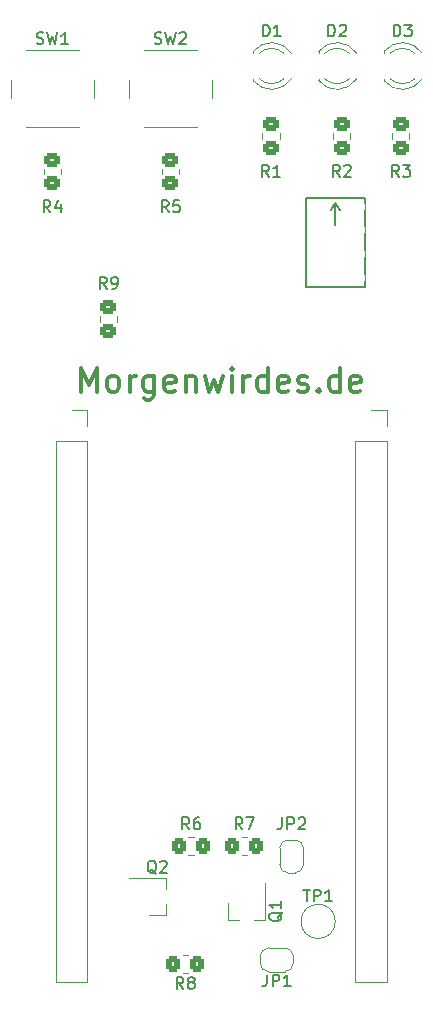
<source format=gto>
G04 #@! TF.GenerationSoftware,KiCad,Pcbnew,(6.0.11)*
G04 #@! TF.CreationDate,2023-03-04T17:24:57+01:00*
G04 #@! TF.ProjectId,jig2,6a696732-2e6b-4696-9361-645f70636258,rev?*
G04 #@! TF.SameCoordinates,Original*
G04 #@! TF.FileFunction,Legend,Top*
G04 #@! TF.FilePolarity,Positive*
%FSLAX46Y46*%
G04 Gerber Fmt 4.6, Leading zero omitted, Abs format (unit mm)*
G04 Created by KiCad (PCBNEW (6.0.11)) date 2023-03-04 17:24:57*
%MOMM*%
%LPD*%
G01*
G04 APERTURE LIST*
G04 Aperture macros list*
%AMRoundRect*
0 Rectangle with rounded corners*
0 $1 Rounding radius*
0 $2 $3 $4 $5 $6 $7 $8 $9 X,Y pos of 4 corners*
0 Add a 4 corners polygon primitive as box body*
4,1,4,$2,$3,$4,$5,$6,$7,$8,$9,$2,$3,0*
0 Add four circle primitives for the rounded corners*
1,1,$1+$1,$2,$3*
1,1,$1+$1,$4,$5*
1,1,$1+$1,$6,$7*
1,1,$1+$1,$8,$9*
0 Add four rect primitives between the rounded corners*
20,1,$1+$1,$2,$3,$4,$5,0*
20,1,$1+$1,$4,$5,$6,$7,0*
20,1,$1+$1,$6,$7,$8,$9,0*
20,1,$1+$1,$8,$9,$2,$3,0*%
%AMFreePoly0*
4,1,22,0.500000,-0.750000,0.000000,-0.750000,0.000000,-0.745033,-0.079941,-0.743568,-0.215256,-0.701293,-0.333266,-0.622738,-0.424486,-0.514219,-0.481581,-0.384460,-0.499164,-0.250000,-0.500000,-0.250000,-0.500000,0.250000,-0.499164,0.250000,-0.499963,0.256109,-0.478152,0.396186,-0.417904,0.524511,-0.324060,0.630769,-0.204165,0.706417,-0.067858,0.745374,0.000000,0.744959,0.000000,0.750000,
0.500000,0.750000,0.500000,-0.750000,0.500000,-0.750000,$1*%
%AMFreePoly1*
4,1,20,0.000000,0.744959,0.073905,0.744508,0.209726,0.703889,0.328688,0.626782,0.421226,0.519385,0.479903,0.390333,0.500000,0.250000,0.500000,-0.250000,0.499851,-0.262216,0.476331,-0.402017,0.414519,-0.529596,0.319384,-0.634700,0.198574,-0.708877,0.061801,-0.746166,0.000000,-0.745033,0.000000,-0.750000,-0.500000,-0.750000,-0.500000,0.750000,0.000000,0.750000,0.000000,0.744959,
0.000000,0.744959,$1*%
G04 Aperture macros list end*
%ADD10C,0.300000*%
%ADD11C,0.150000*%
%ADD12C,0.120000*%
%ADD13C,0.127000*%
%ADD14FreePoly0,180.000000*%
%ADD15FreePoly1,180.000000*%
%ADD16RoundRect,0.250000X0.350000X0.450000X-0.350000X0.450000X-0.350000X-0.450000X0.350000X-0.450000X0*%
%ADD17RoundRect,0.250000X-0.450000X0.350000X-0.450000X-0.350000X0.450000X-0.350000X0.450000X0.350000X0*%
%ADD18C,2.000000*%
%ADD19R,1.700000X1.700000*%
%ADD20O,1.700000X1.700000*%
%ADD21R,0.800000X1.900000*%
%ADD22R,1.800000X1.800000*%
%ADD23C,1.800000*%
%ADD24RoundRect,0.250000X-0.350000X-0.450000X0.350000X-0.450000X0.350000X0.450000X-0.350000X0.450000X0*%
%ADD25R,1.900000X0.800000*%
%ADD26FreePoly0,90.000000*%
%ADD27FreePoly1,90.000000*%
%ADD28C,1.371600*%
%ADD29C,2.500000*%
G04 APERTURE END LIST*
D10*
X8440476Y-32654761D02*
X8440476Y-30654761D01*
X9107142Y-32083333D01*
X9773809Y-30654761D01*
X9773809Y-32654761D01*
X11011904Y-32654761D02*
X10821428Y-32559523D01*
X10726190Y-32464285D01*
X10630952Y-32273809D01*
X10630952Y-31702380D01*
X10726190Y-31511904D01*
X10821428Y-31416666D01*
X11011904Y-31321428D01*
X11297619Y-31321428D01*
X11488095Y-31416666D01*
X11583333Y-31511904D01*
X11678571Y-31702380D01*
X11678571Y-32273809D01*
X11583333Y-32464285D01*
X11488095Y-32559523D01*
X11297619Y-32654761D01*
X11011904Y-32654761D01*
X12535714Y-32654761D02*
X12535714Y-31321428D01*
X12535714Y-31702380D02*
X12630952Y-31511904D01*
X12726190Y-31416666D01*
X12916666Y-31321428D01*
X13107142Y-31321428D01*
X14630952Y-31321428D02*
X14630952Y-32940476D01*
X14535714Y-33130952D01*
X14440476Y-33226190D01*
X14249999Y-33321428D01*
X13964285Y-33321428D01*
X13773809Y-33226190D01*
X14630952Y-32559523D02*
X14440476Y-32654761D01*
X14059523Y-32654761D01*
X13869047Y-32559523D01*
X13773809Y-32464285D01*
X13678571Y-32273809D01*
X13678571Y-31702380D01*
X13773809Y-31511904D01*
X13869047Y-31416666D01*
X14059523Y-31321428D01*
X14440476Y-31321428D01*
X14630952Y-31416666D01*
X16345238Y-32559523D02*
X16154761Y-32654761D01*
X15773809Y-32654761D01*
X15583333Y-32559523D01*
X15488095Y-32369047D01*
X15488095Y-31607142D01*
X15583333Y-31416666D01*
X15773809Y-31321428D01*
X16154761Y-31321428D01*
X16345238Y-31416666D01*
X16440476Y-31607142D01*
X16440476Y-31797619D01*
X15488095Y-31988095D01*
X17297619Y-31321428D02*
X17297619Y-32654761D01*
X17297619Y-31511904D02*
X17392857Y-31416666D01*
X17583333Y-31321428D01*
X17869047Y-31321428D01*
X18059523Y-31416666D01*
X18154761Y-31607142D01*
X18154761Y-32654761D01*
X18916666Y-31321428D02*
X19297619Y-32654761D01*
X19678571Y-31702380D01*
X20059523Y-32654761D01*
X20440476Y-31321428D01*
X21202380Y-32654761D02*
X21202380Y-31321428D01*
X21202380Y-30654761D02*
X21107142Y-30750000D01*
X21202380Y-30845238D01*
X21297619Y-30750000D01*
X21202380Y-30654761D01*
X21202380Y-30845238D01*
X22154761Y-32654761D02*
X22154761Y-31321428D01*
X22154761Y-31702380D02*
X22249999Y-31511904D01*
X22345238Y-31416666D01*
X22535714Y-31321428D01*
X22726190Y-31321428D01*
X24250000Y-32654761D02*
X24250000Y-30654761D01*
X24250000Y-32559523D02*
X24059523Y-32654761D01*
X23678571Y-32654761D01*
X23488095Y-32559523D01*
X23392857Y-32464285D01*
X23297619Y-32273809D01*
X23297619Y-31702380D01*
X23392857Y-31511904D01*
X23488095Y-31416666D01*
X23678571Y-31321428D01*
X24059523Y-31321428D01*
X24250000Y-31416666D01*
X25964285Y-32559523D02*
X25773809Y-32654761D01*
X25392857Y-32654761D01*
X25202380Y-32559523D01*
X25107142Y-32369047D01*
X25107142Y-31607142D01*
X25202380Y-31416666D01*
X25392857Y-31321428D01*
X25773809Y-31321428D01*
X25964285Y-31416666D01*
X26059523Y-31607142D01*
X26059523Y-31797619D01*
X25107142Y-31988095D01*
X26821428Y-32559523D02*
X27011904Y-32654761D01*
X27392857Y-32654761D01*
X27583333Y-32559523D01*
X27678571Y-32369047D01*
X27678571Y-32273809D01*
X27583333Y-32083333D01*
X27392857Y-31988095D01*
X27107142Y-31988095D01*
X26916666Y-31892857D01*
X26821428Y-31702380D01*
X26821428Y-31607142D01*
X26916666Y-31416666D01*
X27107142Y-31321428D01*
X27392857Y-31321428D01*
X27583333Y-31416666D01*
X28535714Y-32464285D02*
X28630952Y-32559523D01*
X28535714Y-32654761D01*
X28440476Y-32559523D01*
X28535714Y-32464285D01*
X28535714Y-32654761D01*
X30345238Y-32654761D02*
X30345238Y-30654761D01*
X30345238Y-32559523D02*
X30154761Y-32654761D01*
X29773809Y-32654761D01*
X29583333Y-32559523D01*
X29488095Y-32464285D01*
X29392857Y-32273809D01*
X29392857Y-31702380D01*
X29488095Y-31511904D01*
X29583333Y-31416666D01*
X29773809Y-31321428D01*
X30154761Y-31321428D01*
X30345238Y-31416666D01*
X32059523Y-32559523D02*
X31869047Y-32654761D01*
X31488095Y-32654761D01*
X31297619Y-32559523D01*
X31202380Y-32369047D01*
X31202380Y-31607142D01*
X31297619Y-31416666D01*
X31488095Y-31321428D01*
X31869047Y-31321428D01*
X32059523Y-31416666D01*
X32154761Y-31607142D01*
X32154761Y-31797619D01*
X31202380Y-31988095D01*
D11*
X24166666Y-82002380D02*
X24166666Y-82716666D01*
X24119047Y-82859523D01*
X24023809Y-82954761D01*
X23880952Y-83002380D01*
X23785714Y-83002380D01*
X24642857Y-83002380D02*
X24642857Y-82002380D01*
X25023809Y-82002380D01*
X25119047Y-82050000D01*
X25166666Y-82097619D01*
X25214285Y-82192857D01*
X25214285Y-82335714D01*
X25166666Y-82430952D01*
X25119047Y-82478571D01*
X25023809Y-82526190D01*
X24642857Y-82526190D01*
X26166666Y-83002380D02*
X25595238Y-83002380D01*
X25880952Y-83002380D02*
X25880952Y-82002380D01*
X25785714Y-82145238D01*
X25690476Y-82240476D01*
X25595238Y-82288095D01*
X17083333Y-83222380D02*
X16750000Y-82746190D01*
X16511904Y-83222380D02*
X16511904Y-82222380D01*
X16892857Y-82222380D01*
X16988095Y-82270000D01*
X17035714Y-82317619D01*
X17083333Y-82412857D01*
X17083333Y-82555714D01*
X17035714Y-82650952D01*
X16988095Y-82698571D01*
X16892857Y-82746190D01*
X16511904Y-82746190D01*
X17654761Y-82650952D02*
X17559523Y-82603333D01*
X17511904Y-82555714D01*
X17464285Y-82460476D01*
X17464285Y-82412857D01*
X17511904Y-82317619D01*
X17559523Y-82270000D01*
X17654761Y-82222380D01*
X17845238Y-82222380D01*
X17940476Y-82270000D01*
X17988095Y-82317619D01*
X18035714Y-82412857D01*
X18035714Y-82460476D01*
X17988095Y-82555714D01*
X17940476Y-82603333D01*
X17845238Y-82650952D01*
X17654761Y-82650952D01*
X17559523Y-82698571D01*
X17511904Y-82746190D01*
X17464285Y-82841428D01*
X17464285Y-83031904D01*
X17511904Y-83127142D01*
X17559523Y-83174761D01*
X17654761Y-83222380D01*
X17845238Y-83222380D01*
X17940476Y-83174761D01*
X17988095Y-83127142D01*
X18035714Y-83031904D01*
X18035714Y-82841428D01*
X17988095Y-82746190D01*
X17940476Y-82698571D01*
X17845238Y-82650952D01*
X5833333Y-17452380D02*
X5500000Y-16976190D01*
X5261904Y-17452380D02*
X5261904Y-16452380D01*
X5642857Y-16452380D01*
X5738095Y-16500000D01*
X5785714Y-16547619D01*
X5833333Y-16642857D01*
X5833333Y-16785714D01*
X5785714Y-16880952D01*
X5738095Y-16928571D01*
X5642857Y-16976190D01*
X5261904Y-16976190D01*
X6690476Y-16785714D02*
X6690476Y-17452380D01*
X6452380Y-16404761D02*
X6214285Y-17119047D01*
X6833333Y-17119047D01*
X4666666Y-3170325D02*
X4809523Y-3217944D01*
X5047619Y-3217944D01*
X5142857Y-3170325D01*
X5190476Y-3122706D01*
X5238095Y-3027468D01*
X5238095Y-2932230D01*
X5190476Y-2836992D01*
X5142857Y-2789373D01*
X5047619Y-2741754D01*
X4857142Y-2694135D01*
X4761904Y-2646516D01*
X4714285Y-2598897D01*
X4666666Y-2503659D01*
X4666666Y-2408421D01*
X4714285Y-2313183D01*
X4761904Y-2265564D01*
X4857142Y-2217944D01*
X5095238Y-2217944D01*
X5238095Y-2265564D01*
X5571428Y-2217944D02*
X5809523Y-3217944D01*
X6000000Y-2503659D01*
X6190476Y-3217944D01*
X6428571Y-2217944D01*
X7333333Y-3217944D02*
X6761904Y-3217944D01*
X7047619Y-3217944D02*
X7047619Y-2217944D01*
X6952380Y-2360802D01*
X6857142Y-2456040D01*
X6761904Y-2503659D01*
X25477619Y-76715238D02*
X25430000Y-76810476D01*
X25334761Y-76905714D01*
X25191904Y-77048571D01*
X25144285Y-77143809D01*
X25144285Y-77239047D01*
X25382380Y-77191428D02*
X25334761Y-77286666D01*
X25239523Y-77381904D01*
X25049047Y-77429523D01*
X24715714Y-77429523D01*
X24525238Y-77381904D01*
X24430000Y-77286666D01*
X24382380Y-77191428D01*
X24382380Y-77000952D01*
X24430000Y-76905714D01*
X24525238Y-76810476D01*
X24715714Y-76762857D01*
X25049047Y-76762857D01*
X25239523Y-76810476D01*
X25334761Y-76905714D01*
X25382380Y-77000952D01*
X25382380Y-77191428D01*
X25382380Y-75810476D02*
X25382380Y-76381904D01*
X25382380Y-76096190D02*
X24382380Y-76096190D01*
X24525238Y-76191428D01*
X24620476Y-76286666D01*
X24668095Y-76381904D01*
X35333333Y-14452380D02*
X35000000Y-13976190D01*
X34761904Y-14452380D02*
X34761904Y-13452380D01*
X35142857Y-13452380D01*
X35238095Y-13500000D01*
X35285714Y-13547619D01*
X35333333Y-13642857D01*
X35333333Y-13785714D01*
X35285714Y-13880952D01*
X35238095Y-13928571D01*
X35142857Y-13976190D01*
X34761904Y-13976190D01*
X35666666Y-13452380D02*
X36285714Y-13452380D01*
X35952380Y-13833333D01*
X36095238Y-13833333D01*
X36190476Y-13880952D01*
X36238095Y-13928571D01*
X36285714Y-14023809D01*
X36285714Y-14261904D01*
X36238095Y-14357142D01*
X36190476Y-14404761D01*
X36095238Y-14452380D01*
X35809523Y-14452380D01*
X35714285Y-14404761D01*
X35666666Y-14357142D01*
X30333333Y-14452380D02*
X30000000Y-13976190D01*
X29761904Y-14452380D02*
X29761904Y-13452380D01*
X30142857Y-13452380D01*
X30238095Y-13500000D01*
X30285714Y-13547619D01*
X30333333Y-13642857D01*
X30333333Y-13785714D01*
X30285714Y-13880952D01*
X30238095Y-13928571D01*
X30142857Y-13976190D01*
X29761904Y-13976190D01*
X30714285Y-13547619D02*
X30761904Y-13500000D01*
X30857142Y-13452380D01*
X31095238Y-13452380D01*
X31190476Y-13500000D01*
X31238095Y-13547619D01*
X31285714Y-13642857D01*
X31285714Y-13738095D01*
X31238095Y-13880952D01*
X30666666Y-14452380D01*
X31285714Y-14452380D01*
X15833333Y-17452380D02*
X15500000Y-16976190D01*
X15261904Y-17452380D02*
X15261904Y-16452380D01*
X15642857Y-16452380D01*
X15738095Y-16500000D01*
X15785714Y-16547619D01*
X15833333Y-16642857D01*
X15833333Y-16785714D01*
X15785714Y-16880952D01*
X15738095Y-16928571D01*
X15642857Y-16976190D01*
X15261904Y-16976190D01*
X16738095Y-16452380D02*
X16261904Y-16452380D01*
X16214285Y-16928571D01*
X16261904Y-16880952D01*
X16357142Y-16833333D01*
X16595238Y-16833333D01*
X16690476Y-16880952D01*
X16738095Y-16928571D01*
X16785714Y-17023809D01*
X16785714Y-17261904D01*
X16738095Y-17357142D01*
X16690476Y-17404761D01*
X16595238Y-17452380D01*
X16357142Y-17452380D01*
X16261904Y-17404761D01*
X16214285Y-17357142D01*
X23821904Y-2572380D02*
X23821904Y-1572380D01*
X24060000Y-1572380D01*
X24202857Y-1620000D01*
X24298095Y-1715238D01*
X24345714Y-1810476D01*
X24393333Y-2000952D01*
X24393333Y-2143809D01*
X24345714Y-2334285D01*
X24298095Y-2429523D01*
X24202857Y-2524761D01*
X24060000Y-2572380D01*
X23821904Y-2572380D01*
X25345714Y-2572380D02*
X24774285Y-2572380D01*
X25060000Y-2572380D02*
X25060000Y-1572380D01*
X24964761Y-1715238D01*
X24869523Y-1810476D01*
X24774285Y-1858095D01*
X22083333Y-69702380D02*
X21750000Y-69226190D01*
X21511904Y-69702380D02*
X21511904Y-68702380D01*
X21892857Y-68702380D01*
X21988095Y-68750000D01*
X22035714Y-68797619D01*
X22083333Y-68892857D01*
X22083333Y-69035714D01*
X22035714Y-69130952D01*
X21988095Y-69178571D01*
X21892857Y-69226190D01*
X21511904Y-69226190D01*
X22416666Y-68702380D02*
X23083333Y-68702380D01*
X22654761Y-69702380D01*
X14804761Y-73467619D02*
X14709523Y-73420000D01*
X14614285Y-73324761D01*
X14471428Y-73181904D01*
X14376190Y-73134285D01*
X14280952Y-73134285D01*
X14328571Y-73372380D02*
X14233333Y-73324761D01*
X14138095Y-73229523D01*
X14090476Y-73039047D01*
X14090476Y-72705714D01*
X14138095Y-72515238D01*
X14233333Y-72420000D01*
X14328571Y-72372380D01*
X14519047Y-72372380D01*
X14614285Y-72420000D01*
X14709523Y-72515238D01*
X14757142Y-72705714D01*
X14757142Y-73039047D01*
X14709523Y-73229523D01*
X14614285Y-73324761D01*
X14519047Y-73372380D01*
X14328571Y-73372380D01*
X15138095Y-72467619D02*
X15185714Y-72420000D01*
X15280952Y-72372380D01*
X15519047Y-72372380D01*
X15614285Y-72420000D01*
X15661904Y-72467619D01*
X15709523Y-72562857D01*
X15709523Y-72658095D01*
X15661904Y-72800952D01*
X15090476Y-73372380D01*
X15709523Y-73372380D01*
X24333333Y-14452380D02*
X24000000Y-13976190D01*
X23761904Y-14452380D02*
X23761904Y-13452380D01*
X24142857Y-13452380D01*
X24238095Y-13500000D01*
X24285714Y-13547619D01*
X24333333Y-13642857D01*
X24333333Y-13785714D01*
X24285714Y-13880952D01*
X24238095Y-13928571D01*
X24142857Y-13976190D01*
X23761904Y-13976190D01*
X25285714Y-14452380D02*
X24714285Y-14452380D01*
X25000000Y-14452380D02*
X25000000Y-13452380D01*
X24904761Y-13595238D01*
X24809523Y-13690476D01*
X24714285Y-13738095D01*
X25416666Y-68702380D02*
X25416666Y-69416666D01*
X25369047Y-69559523D01*
X25273809Y-69654761D01*
X25130952Y-69702380D01*
X25035714Y-69702380D01*
X25892857Y-69702380D02*
X25892857Y-68702380D01*
X26273809Y-68702380D01*
X26369047Y-68750000D01*
X26416666Y-68797619D01*
X26464285Y-68892857D01*
X26464285Y-69035714D01*
X26416666Y-69130952D01*
X26369047Y-69178571D01*
X26273809Y-69226190D01*
X25892857Y-69226190D01*
X26845238Y-68797619D02*
X26892857Y-68750000D01*
X26988095Y-68702380D01*
X27226190Y-68702380D01*
X27321428Y-68750000D01*
X27369047Y-68797619D01*
X27416666Y-68892857D01*
X27416666Y-68988095D01*
X27369047Y-69130952D01*
X26797619Y-69702380D01*
X27416666Y-69702380D01*
X27238095Y-74804380D02*
X27809523Y-74804380D01*
X27523809Y-75804380D02*
X27523809Y-74804380D01*
X28142857Y-75804380D02*
X28142857Y-74804380D01*
X28523809Y-74804380D01*
X28619047Y-74852000D01*
X28666666Y-74899619D01*
X28714285Y-74994857D01*
X28714285Y-75137714D01*
X28666666Y-75232952D01*
X28619047Y-75280571D01*
X28523809Y-75328190D01*
X28142857Y-75328190D01*
X29666666Y-75804380D02*
X29095238Y-75804380D01*
X29380952Y-75804380D02*
X29380952Y-74804380D01*
X29285714Y-74947238D01*
X29190476Y-75042476D01*
X29095238Y-75090095D01*
X29361904Y-2572380D02*
X29361904Y-1572380D01*
X29600000Y-1572380D01*
X29742857Y-1620000D01*
X29838095Y-1715238D01*
X29885714Y-1810476D01*
X29933333Y-2000952D01*
X29933333Y-2143809D01*
X29885714Y-2334285D01*
X29838095Y-2429523D01*
X29742857Y-2524761D01*
X29600000Y-2572380D01*
X29361904Y-2572380D01*
X30314285Y-1667619D02*
X30361904Y-1620000D01*
X30457142Y-1572380D01*
X30695238Y-1572380D01*
X30790476Y-1620000D01*
X30838095Y-1667619D01*
X30885714Y-1762857D01*
X30885714Y-1858095D01*
X30838095Y-2000952D01*
X30266666Y-2572380D01*
X30885714Y-2572380D01*
X10583333Y-23952380D02*
X10250000Y-23476190D01*
X10011904Y-23952380D02*
X10011904Y-22952380D01*
X10392857Y-22952380D01*
X10488095Y-23000000D01*
X10535714Y-23047619D01*
X10583333Y-23142857D01*
X10583333Y-23285714D01*
X10535714Y-23380952D01*
X10488095Y-23428571D01*
X10392857Y-23476190D01*
X10011904Y-23476190D01*
X11059523Y-23952380D02*
X11250000Y-23952380D01*
X11345238Y-23904761D01*
X11392857Y-23857142D01*
X11488095Y-23714285D01*
X11535714Y-23523809D01*
X11535714Y-23142857D01*
X11488095Y-23047619D01*
X11440476Y-23000000D01*
X11345238Y-22952380D01*
X11154761Y-22952380D01*
X11059523Y-23000000D01*
X11011904Y-23047619D01*
X10964285Y-23142857D01*
X10964285Y-23380952D01*
X11011904Y-23476190D01*
X11059523Y-23523809D01*
X11154761Y-23571428D01*
X11345238Y-23571428D01*
X11440476Y-23523809D01*
X11488095Y-23476190D01*
X11535714Y-23380952D01*
X14666666Y-3170325D02*
X14809523Y-3217944D01*
X15047619Y-3217944D01*
X15142857Y-3170325D01*
X15190476Y-3122706D01*
X15238095Y-3027468D01*
X15238095Y-2932230D01*
X15190476Y-2836992D01*
X15142857Y-2789373D01*
X15047619Y-2741754D01*
X14857142Y-2694135D01*
X14761904Y-2646516D01*
X14714285Y-2598897D01*
X14666666Y-2503659D01*
X14666666Y-2408421D01*
X14714285Y-2313183D01*
X14761904Y-2265564D01*
X14857142Y-2217944D01*
X15095238Y-2217944D01*
X15238095Y-2265564D01*
X15571428Y-2217944D02*
X15809523Y-3217944D01*
X16000000Y-2503659D01*
X16190476Y-3217944D01*
X16428571Y-2217944D01*
X16761904Y-2313183D02*
X16809523Y-2265564D01*
X16904761Y-2217944D01*
X17142857Y-2217944D01*
X17238095Y-2265564D01*
X17285714Y-2313183D01*
X17333333Y-2408421D01*
X17333333Y-2503659D01*
X17285714Y-2646516D01*
X16714285Y-3217944D01*
X17333333Y-3217944D01*
X34901904Y-2572380D02*
X34901904Y-1572380D01*
X35140000Y-1572380D01*
X35282857Y-1620000D01*
X35378095Y-1715238D01*
X35425714Y-1810476D01*
X35473333Y-2000952D01*
X35473333Y-2143809D01*
X35425714Y-2334285D01*
X35378095Y-2429523D01*
X35282857Y-2524761D01*
X35140000Y-2572380D01*
X34901904Y-2572380D01*
X35806666Y-1572380D02*
X36425714Y-1572380D01*
X36092380Y-1953333D01*
X36235238Y-1953333D01*
X36330476Y-2000952D01*
X36378095Y-2048571D01*
X36425714Y-2143809D01*
X36425714Y-2381904D01*
X36378095Y-2477142D01*
X36330476Y-2524761D01*
X36235238Y-2572380D01*
X35949523Y-2572380D01*
X35854285Y-2524761D01*
X35806666Y-2477142D01*
X17583333Y-69702380D02*
X17250000Y-69226190D01*
X17011904Y-69702380D02*
X17011904Y-68702380D01*
X17392857Y-68702380D01*
X17488095Y-68750000D01*
X17535714Y-68797619D01*
X17583333Y-68892857D01*
X17583333Y-69035714D01*
X17535714Y-69130952D01*
X17488095Y-69178571D01*
X17392857Y-69226190D01*
X17011904Y-69226190D01*
X18440476Y-68702380D02*
X18250000Y-68702380D01*
X18154761Y-68750000D01*
X18107142Y-68797619D01*
X18011904Y-68940476D01*
X17964285Y-69130952D01*
X17964285Y-69511904D01*
X18011904Y-69607142D01*
X18059523Y-69654761D01*
X18154761Y-69702380D01*
X18345238Y-69702380D01*
X18440476Y-69654761D01*
X18488095Y-69607142D01*
X18535714Y-69511904D01*
X18535714Y-69273809D01*
X18488095Y-69178571D01*
X18440476Y-69130952D01*
X18345238Y-69083333D01*
X18154761Y-69083333D01*
X18059523Y-69130952D01*
X18011904Y-69178571D01*
X17964285Y-69273809D01*
D12*
X23600000Y-81050000D02*
X23600000Y-80450000D01*
X26400000Y-80450000D02*
X26400000Y-81050000D01*
X25700000Y-81750000D02*
X24300000Y-81750000D01*
X24300000Y-79750000D02*
X25700000Y-79750000D01*
X24300000Y-79750000D02*
G75*
G03*
X23600000Y-80450000I0J-700000D01*
G01*
X23600000Y-81050000D02*
G75*
G03*
X24300000Y-81750000I700000J0D01*
G01*
X26400000Y-80450000D02*
G75*
G03*
X25700000Y-79750000I-699999J1D01*
G01*
X25700000Y-81750000D02*
G75*
G03*
X26400000Y-81050000I1J699999D01*
G01*
X17477064Y-81855000D02*
X17022936Y-81855000D01*
X17477064Y-80385000D02*
X17022936Y-80385000D01*
X6735000Y-13772936D02*
X6735000Y-14227064D01*
X5265000Y-13772936D02*
X5265000Y-14227064D01*
X2500000Y-6265564D02*
X2500000Y-7765564D01*
X3750000Y-10265564D02*
X8250000Y-10265564D01*
X9500000Y-7765564D02*
X9500000Y-6265564D01*
X8250000Y-3765564D02*
X3750000Y-3765564D01*
X6290000Y-82610000D02*
X8950000Y-82610000D01*
X8950000Y-34230000D02*
X8950000Y-35560000D01*
X7620000Y-34230000D02*
X8950000Y-34230000D01*
X6290000Y-36830000D02*
X6290000Y-82610000D01*
X6290000Y-36830000D02*
X8950000Y-36830000D01*
X8950000Y-36830000D02*
X8950000Y-82610000D01*
X20850000Y-77380000D02*
X20850000Y-75920000D01*
X20850000Y-77380000D02*
X21780000Y-77380000D01*
X24010000Y-77380000D02*
X24010000Y-74220000D01*
X24010000Y-77380000D02*
X23080000Y-77380000D01*
X36235000Y-10772936D02*
X36235000Y-11227064D01*
X34765000Y-10772936D02*
X34765000Y-11227064D01*
X31235000Y-10772936D02*
X31235000Y-11227064D01*
X29765000Y-10772936D02*
X29765000Y-11227064D01*
X16735000Y-13772936D02*
X16735000Y-14227064D01*
X15265000Y-13772936D02*
X15265000Y-14227064D01*
X23000000Y-6160000D02*
X23000000Y-6316000D01*
X23000000Y-3844000D02*
X23000000Y-4000000D01*
X25601130Y-4000163D02*
G75*
G03*
X23519039Y-4000000I-1041130J-1079837D01*
G01*
X26232335Y-4001392D02*
G75*
G03*
X23000000Y-3844484I-1672335J-1078608D01*
G01*
X23519039Y-6160000D02*
G75*
G03*
X25601130Y-6159837I1040961J1080000D01*
G01*
X23000000Y-6315516D02*
G75*
G03*
X26232335Y-6158608I1560000J1235516D01*
G01*
X22022936Y-71855000D02*
X22477064Y-71855000D01*
X22022936Y-70385000D02*
X22477064Y-70385000D01*
X31645000Y-36840000D02*
X31645000Y-82620000D01*
X34305000Y-36840000D02*
X34305000Y-82620000D01*
X34305000Y-34240000D02*
X34305000Y-35570000D01*
X32975000Y-34240000D02*
X34305000Y-34240000D01*
X31645000Y-36840000D02*
X34305000Y-36840000D01*
X31645000Y-82620000D02*
X34305000Y-82620000D01*
X15660000Y-73840000D02*
X15660000Y-74770000D01*
X15660000Y-73840000D02*
X12500000Y-73840000D01*
X15660000Y-77000000D02*
X14200000Y-77000000D01*
X15660000Y-77000000D02*
X15660000Y-76070000D01*
X25235000Y-10772936D02*
X25235000Y-11227064D01*
X23765000Y-10772936D02*
X23765000Y-11227064D01*
X25950000Y-70600000D02*
X26550000Y-70600000D01*
X25250000Y-72700000D02*
X25250000Y-71300000D01*
X26550000Y-73400000D02*
X25950000Y-73400000D01*
X27250000Y-71300000D02*
X27250000Y-72700000D01*
X27250000Y-71300000D02*
G75*
G03*
X26550000Y-70600000I-700000J0D01*
G01*
X25950000Y-70600000D02*
G75*
G03*
X25250000Y-71300000I0J-700000D01*
G01*
X25250000Y-72700000D02*
G75*
G03*
X25950000Y-73400000I699999J-1D01*
G01*
X26550000Y-73400000D02*
G75*
G03*
X27250000Y-72700000I1J699999D01*
G01*
D13*
X29956000Y-16655000D02*
X30356000Y-17255000D01*
X32506000Y-23755000D02*
X27506000Y-23755000D01*
X27506000Y-16255000D02*
X27506000Y-23755000D01*
X32506000Y-16255000D02*
X32506000Y-23755000D01*
X29956000Y-16655000D02*
X29556000Y-17255000D01*
X29956000Y-16655000D02*
X29956000Y-18505000D01*
X32506000Y-16255000D02*
X27506000Y-16255000D01*
D12*
X29950000Y-77500000D02*
G75*
G03*
X29950000Y-77500000I-1450000J0D01*
G01*
X28540000Y-3844000D02*
X28540000Y-4000000D01*
X28540000Y-6160000D02*
X28540000Y-6316000D01*
X28540000Y-6315516D02*
G75*
G03*
X31772335Y-6158608I1560000J1235516D01*
G01*
X29059039Y-6160000D02*
G75*
G03*
X31141130Y-6159837I1040961J1080000D01*
G01*
X31772335Y-4001392D02*
G75*
G03*
X28540000Y-3844484I-1672335J-1078608D01*
G01*
X31141130Y-4000163D02*
G75*
G03*
X29059039Y-4000000I-1041130J-1079837D01*
G01*
X10015000Y-26272936D02*
X10015000Y-26727064D01*
X11485000Y-26272936D02*
X11485000Y-26727064D01*
X13750000Y-10265564D02*
X18250000Y-10265564D01*
X12500000Y-6265564D02*
X12500000Y-7765564D01*
X19500000Y-7765564D02*
X19500000Y-6265564D01*
X18250000Y-3765564D02*
X13750000Y-3765564D01*
X34080000Y-6160000D02*
X34080000Y-6316000D01*
X34080000Y-3844000D02*
X34080000Y-4000000D01*
X34080000Y-6315516D02*
G75*
G03*
X37312335Y-6158608I1560000J1235516D01*
G01*
X37312335Y-4001392D02*
G75*
G03*
X34080000Y-3844484I-1672335J-1078608D01*
G01*
X36681130Y-4000163D02*
G75*
G03*
X34599039Y-4000000I-1041130J-1079837D01*
G01*
X34599039Y-6160000D02*
G75*
G03*
X36681130Y-6159837I1040961J1080000D01*
G01*
X17977064Y-71855000D02*
X17522936Y-71855000D01*
X17977064Y-70385000D02*
X17522936Y-70385000D01*
%LPC*%
D14*
X25650000Y-80750000D03*
D15*
X24350000Y-80750000D03*
D16*
X18250000Y-81120000D03*
X16250000Y-81120000D03*
D17*
X6000000Y-13000000D03*
X6000000Y-15000000D03*
D18*
X9250000Y-4765564D03*
X2750000Y-4765564D03*
X2750000Y-9265564D03*
X9250000Y-9265564D03*
D19*
X7620000Y-35560000D03*
D20*
X7620000Y-38100000D03*
X7620000Y-40640000D03*
X7620000Y-43180000D03*
X7620000Y-45720000D03*
X7620000Y-48260000D03*
X7620000Y-50800000D03*
X7620000Y-53340000D03*
X7620000Y-55880000D03*
X7620000Y-58420000D03*
X7620000Y-60960000D03*
X7620000Y-63500000D03*
X7620000Y-66040000D03*
X7620000Y-68580000D03*
X7620000Y-71120000D03*
X7620000Y-73660000D03*
X7620000Y-76200000D03*
X7620000Y-78740000D03*
X7620000Y-81280000D03*
D21*
X23380000Y-75120000D03*
X21480000Y-75120000D03*
X22430000Y-78120000D03*
D17*
X35500000Y-10000000D03*
X35500000Y-12000000D03*
X30500000Y-10000000D03*
X30500000Y-12000000D03*
X16000000Y-13000000D03*
X16000000Y-15000000D03*
D22*
X23290000Y-5080000D03*
D23*
X25830000Y-5080000D03*
D24*
X21250000Y-71120000D03*
X23250000Y-71120000D03*
D19*
X32975000Y-35570000D03*
D20*
X32975000Y-38110000D03*
X32975000Y-40650000D03*
X32975000Y-43190000D03*
X32975000Y-45730000D03*
X32975000Y-48270000D03*
X32975000Y-50810000D03*
X32975000Y-53350000D03*
X32975000Y-55890000D03*
X32975000Y-58430000D03*
X32975000Y-60970000D03*
X32975000Y-63510000D03*
X32975000Y-66050000D03*
X32975000Y-68590000D03*
X32975000Y-71130000D03*
X32975000Y-73670000D03*
X32975000Y-76210000D03*
X32975000Y-78750000D03*
X32975000Y-81290000D03*
D25*
X13400000Y-74470000D03*
X13400000Y-76370000D03*
X16400000Y-75420000D03*
D17*
X24500000Y-10000000D03*
X24500000Y-12000000D03*
D26*
X26250000Y-72650000D03*
D27*
X26250000Y-71350000D03*
D28*
X28256000Y-17005000D03*
X28256000Y-19005000D03*
X28256000Y-21005000D03*
X28206000Y-23005000D03*
X30006000Y-20005000D03*
X30006000Y-22005000D03*
X31756000Y-17005000D03*
X31756000Y-19005000D03*
X31756000Y-21005000D03*
X31756000Y-23005000D03*
D29*
X28500000Y-77500000D03*
D22*
X28830000Y-5080000D03*
D23*
X31370000Y-5080000D03*
D17*
X10750000Y-25500000D03*
X10750000Y-27500000D03*
D18*
X19250000Y-4765564D03*
X12750000Y-4765564D03*
X19250000Y-9265564D03*
X12750000Y-9265564D03*
D22*
X34370000Y-5080000D03*
D23*
X36910000Y-5080000D03*
D16*
X18750000Y-71120000D03*
X16750000Y-71120000D03*
D18*
X14750000Y-20820000D03*
X21250000Y-20820000D03*
X14750000Y-25320000D03*
X21250000Y-25320000D03*
M02*

</source>
